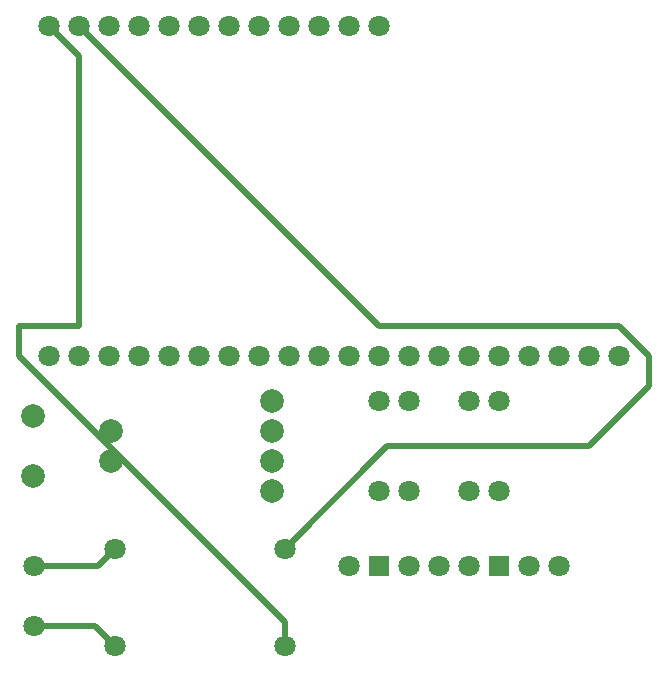
<source format=gbl>
%TF.GenerationSoftware,KiCad,Pcbnew,9.0.0*%
%TF.CreationDate,2025-03-09T03:25:39-07:00*%
%TF.ProjectId,sensor,73656e73-6f72-42e6-9b69-6361645f7063,v0.2*%
%TF.SameCoordinates,Original*%
%TF.FileFunction,Copper,L2,Bot*%
%TF.FilePolarity,Positive*%
%FSLAX46Y46*%
G04 Gerber Fmt 4.6, Leading zero omitted, Abs format (unit mm)*
G04 Created by KiCad (PCBNEW 9.0.0) date 2025-03-09 03:25:39*
%MOMM*%
%LPD*%
G01*
G04 APERTURE LIST*
%TA.AperFunction,ComponentPad*%
%ADD10C,1.800000*%
%TD*%
%TA.AperFunction,ComponentPad*%
%ADD11R,1.800000X1.800000*%
%TD*%
%TA.AperFunction,ComponentPad*%
%ADD12C,2.000000*%
%TD*%
%TA.AperFunction,Conductor*%
%ADD13C,0.500000*%
%TD*%
G04 APERTURE END LIST*
D10*
%TO.P,ESP32_UWB1,1,3V3*%
%TO.N,Net-(CAN_Transreceiver1-3.3V)*%
X25400000Y-48260000D03*
%TO.P,ESP32_UWB1,2,GND*%
%TO.N,Net-(CAN_Transreceiver1-GND)*%
X27940000Y-48260000D03*
%TO.P,ESP32_UWB1,3,RST*%
%TO.N,unconnected-(ESP32_UWB1-RST-Pad3)*%
X30480000Y-48260000D03*
%TO.P,ESP32_UWB1,4,GND*%
%TO.N,unconnected-(ESP32_UWB1-GND-Pad4)*%
X33020000Y-48260000D03*
%TO.P,ESP32_UWB1,5,IO2*%
%TO.N,Net-(CAN_Transreceiver1-CAN_RX)*%
X35560000Y-48260000D03*
%TO.P,ESP32_UWB1,6,IO12*%
%TO.N,Net-(CAN_Transreceiver1-CAN_TX)*%
X38100000Y-48260000D03*
%TO.P,ESP32_UWB1,7,IO13*%
%TO.N,unconnected-(ESP32_UWB1-IO13-Pad7)*%
X40640000Y-48260000D03*
%TO.P,ESP32_UWB1,8,IO14*%
%TO.N,unconnected-(ESP32_UWB1-IO14-Pad8)*%
X43180000Y-48260000D03*
%TO.P,ESP32_UWB1,9,IO15*%
%TO.N,unconnected-(ESP32_UWB1-IO15-Pad9)*%
X45720000Y-48260000D03*
%TO.P,ESP32_UWB1,10,IO18*%
%TO.N,unconnected-(ESP32_UWB1-IO18-Pad10)*%
X48260000Y-48260000D03*
%TO.P,ESP32_UWB1,11,IO19*%
%TO.N,unconnected-(ESP32_UWB1-IO19-Pad11)*%
X50800000Y-48260000D03*
%TO.P,ESP32_UWB1,12,IO25*%
%TO.N,Net-(ESP32_UWB1-IO25)*%
X53340000Y-48260000D03*
%TO.P,ESP32_UWB1,13,IO26*%
%TO.N,Net-(ESP32_UWB1-IO26)*%
X55880000Y-48260000D03*
%TO.P,ESP32_UWB1,14,IO27*%
%TO.N,unconnected-(ESP32_UWB1-IO27-Pad14)*%
X58420000Y-48260000D03*
%TO.P,ESP32_UWB1,15,IO32*%
%TO.N,Net-(ESP32_UWB1-IO32)*%
X60960000Y-48260000D03*
%TO.P,ESP32_UWB1,16,IO33*%
%TO.N,Net-(ESP32_UWB1-IO33)*%
X63500000Y-48260000D03*
%TO.P,ESP32_UWB1,17,IO34*%
%TO.N,unconnected-(ESP32_UWB1-IO34-Pad17)*%
X66040000Y-48260000D03*
%TO.P,ESP32_UWB1,18,IO35*%
%TO.N,unconnected-(ESP32_UWB1-IO35-Pad18)*%
X68580000Y-48260000D03*
%TO.P,ESP32_UWB1,19,IO36*%
%TO.N,unconnected-(ESP32_UWB1-IO36-Pad19)*%
X71120000Y-48260000D03*
%TO.P,ESP32_UWB1,20,IO39*%
%TO.N,unconnected-(ESP32_UWB1-IO39-Pad20)*%
X73660000Y-48260000D03*
%TO.P,ESP32_UWB1,21,5V0*%
%TO.N,Net-(5V_Regulator1-OUT+)*%
X25400000Y-20320000D03*
%TO.P,ESP32_UWB1,22,GND*%
%TO.N,Net-(5V_Regulator1-OUT-)*%
X27940000Y-20320000D03*
%TO.P,ESP32_UWB1,23,IO3*%
%TO.N,unconnected-(ESP32_UWB1-IO3-Pad23)*%
X30480000Y-20320000D03*
%TO.P,ESP32_UWB1,24,IO1*%
%TO.N,unconnected-(ESP32_UWB1-IO1-Pad24)*%
X33020000Y-20320000D03*
%TO.P,ESP32_UWB1,25,IO0*%
%TO.N,unconnected-(ESP32_UWB1-IO0-Pad25)*%
X35560000Y-20320000D03*
%TO.P,ESP32_UWB1,26,IO4*%
%TO.N,unconnected-(ESP32_UWB1-IO4-Pad26)*%
X38100000Y-20320000D03*
%TO.P,ESP32_UWB1,27,IO5*%
%TO.N,unconnected-(ESP32_UWB1-IO5-Pad27)*%
X40640000Y-20320000D03*
%TO.P,ESP32_UWB1,28,IO16*%
%TO.N,unconnected-(ESP32_UWB1-IO16-Pad28)*%
X43180000Y-20320000D03*
%TO.P,ESP32_UWB1,29,IO17*%
%TO.N,unconnected-(ESP32_UWB1-IO17-Pad29)*%
X45720000Y-20320000D03*
%TO.P,ESP32_UWB1,30,IO21*%
%TO.N,unconnected-(ESP32_UWB1-IO21-Pad30)*%
X48260000Y-20320000D03*
%TO.P,ESP32_UWB1,31,IO22*%
%TO.N,unconnected-(ESP32_UWB1-IO22-Pad31)*%
X50800000Y-20320000D03*
%TO.P,ESP32_UWB1,32,IO23*%
%TO.N,unconnected-(ESP32_UWB1-IO23-Pad32)*%
X53340000Y-20320000D03*
%TD*%
%TO.P,R3,1*%
%TO.N,Net-(TAG_LED1-R)*%
X60960000Y-59690000D03*
%TO.P,R3,2*%
%TO.N,Net-(ESP32_UWB1-IO32)*%
X60960000Y-52070000D03*
%TD*%
%TO.P,R1,1*%
%TO.N,Net-(SERVER_LED1-R)*%
X53340000Y-59690000D03*
%TO.P,R1,2*%
%TO.N,Net-(ESP32_UWB1-IO25)*%
X53340000Y-52070000D03*
%TD*%
%TO.P,R2,1*%
%TO.N,Net-(SERVER_LED1-G)*%
X55880000Y-59690000D03*
%TO.P,R2,2*%
%TO.N,Net-(ESP32_UWB1-IO26)*%
X55880000Y-52070000D03*
%TD*%
%TO.P,SERVER_LED1,1,R*%
%TO.N,Net-(SERVER_LED1-R)*%
X50800000Y-66040000D03*
D11*
%TO.P,SERVER_LED1,2,VCC*%
%TO.N,Net-(CAN_Transreceiver1-3.3V)*%
X53340000Y-66040000D03*
D10*
%TO.P,SERVER_LED1,3,G*%
%TO.N,Net-(SERVER_LED1-G)*%
X55880000Y-66040000D03*
%TO.P,SERVER_LED1,4,B*%
%TO.N,unconnected-(SERVER_LED1-B-Pad4)*%
X58420000Y-66040000D03*
%TD*%
%TO.P,5V_Regulator1,1,IN-*%
%TO.N,Net-(2_PIN_Connector1-Pin_1)*%
X31040000Y-64540000D03*
%TO.P,5V_Regulator1,2,IN+*%
%TO.N,Net-(2_PIN_Connector1-Pin_2)*%
X31040000Y-72820000D03*
%TO.P,5V_Regulator1,3,OUT-*%
%TO.N,Net-(5V_Regulator1-OUT-)*%
X45360000Y-64540000D03*
%TO.P,5V_Regulator1,4,OUT+*%
%TO.N,Net-(5V_Regulator1-OUT+)*%
X45360000Y-72820000D03*
%TD*%
%TO.P,TAG_LED1,1,R*%
%TO.N,Net-(TAG_LED1-R)*%
X60960000Y-66040000D03*
D11*
%TO.P,TAG_LED1,2,VCC*%
%TO.N,Net-(CAN_Transreceiver1-3.3V)*%
X63500000Y-66040000D03*
D10*
%TO.P,TAG_LED1,3,G*%
%TO.N,Net-(TAG_LED1-G)*%
X66040000Y-66040000D03*
%TO.P,TAG_LED1,4,B*%
%TO.N,unconnected-(TAG_LED1-B-Pad4)*%
X68580000Y-66040000D03*
%TD*%
D12*
%TO.P,CAN_Transreceiver1,1,3.3V*%
%TO.N,Net-(CAN_Transreceiver1-3.3V)*%
X44320000Y-59690000D03*
%TO.P,CAN_Transreceiver1,2,GND*%
%TO.N,Net-(CAN_Transreceiver1-GND)*%
X44320000Y-57150000D03*
%TO.P,CAN_Transreceiver1,3,CAN_RX*%
%TO.N,Net-(CAN_Transreceiver1-CAN_RX)*%
X44320000Y-54610000D03*
%TO.P,CAN_Transreceiver1,4,CAN_TX*%
%TO.N,Net-(CAN_Transreceiver1-CAN_TX)*%
X44320000Y-52070000D03*
%TO.P,CAN_Transreceiver1,5,CANL*%
%TO.N,unconnected-(CAN_Transreceiver1-CANL-Pad5)*%
X24020000Y-58420000D03*
%TO.P,CAN_Transreceiver1,6,CANH*%
%TO.N,unconnected-(CAN_Transreceiver1-CANH-Pad6)*%
X24020000Y-53340000D03*
%TO.P,CAN_Transreceiver1,7,R120*%
%TO.N,unconnected-(CAN_Transreceiver1-R120-Pad7)*%
X30620000Y-57150000D03*
%TO.P,CAN_Transreceiver1,8,R120*%
%TO.N,unconnected-(CAN_Transreceiver1-R120-Pad8)*%
X30620000Y-54610000D03*
%TD*%
D10*
%TO.P,R4,1*%
%TO.N,Net-(TAG_LED1-G)*%
X63500000Y-59690000D03*
%TO.P,R4,2*%
%TO.N,Net-(ESP32_UWB1-IO33)*%
X63500000Y-52070000D03*
%TD*%
%TO.P,2_PIN_Connector1,1,Pin_1*%
%TO.N,Net-(2_PIN_Connector1-Pin_1)*%
X24130000Y-66040000D03*
%TO.P,2_PIN_Connector1,2,Pin_2*%
%TO.N,Net-(2_PIN_Connector1-Pin_2)*%
X24130000Y-71120000D03*
%TD*%
D13*
%TO.N,Net-(5V_Regulator1-OUT-)*%
X54020000Y-55880000D02*
X45360000Y-64540000D01*
X27940000Y-20320000D02*
X53340000Y-45720000D01*
X73660000Y-45720000D02*
X76200000Y-48260000D01*
X53340000Y-45720000D02*
X73660000Y-45720000D01*
X76200000Y-50800000D02*
X71120000Y-55880000D01*
X71120000Y-55880000D02*
X54020000Y-55880000D01*
X76200000Y-48260000D02*
X76200000Y-50800000D01*
%TO.N,Net-(5V_Regulator1-OUT+)*%
X27940000Y-22860000D02*
X25400000Y-20320000D01*
X45360000Y-70760000D02*
X22860000Y-48260000D01*
X27940000Y-45720000D02*
X27940000Y-22860000D01*
X45360000Y-72820000D02*
X45360000Y-70760000D01*
X22860000Y-45720000D02*
X27940000Y-45720000D01*
X22860000Y-48260000D02*
X22860000Y-45720000D01*
%TO.N,Net-(2_PIN_Connector1-Pin_1)*%
X24130000Y-66040000D02*
X29540000Y-66040000D01*
X29540000Y-66040000D02*
X31040000Y-64540000D01*
%TO.N,Net-(2_PIN_Connector1-Pin_2)*%
X29340000Y-71120000D02*
X31040000Y-72820000D01*
X24130000Y-71120000D02*
X29340000Y-71120000D01*
%TD*%
M02*

</source>
